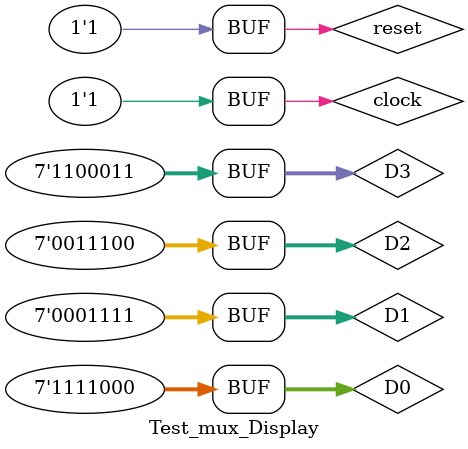
<source format=v>
`timescale 1ns / 1ps


module Test_mux_Display;

	// Inputs
	reg [6:0] D0;
	reg [6:0] D1;
	reg [6:0] D2;
	reg [6:0] D3;
	reg clock;
	reg reset;

	// Outputs
	wire [3:0] ED_out;
	wire [6:0] D_out;

	// Instantiate the Unit Under Test (UUT)
	mux_Display uut (
		.D0(D0), 
		.D1(D1), 
		.D2(D2), 
		.D3(D3), 
		.ED_out(ED_out), 
		.D_out(D_out), 
		.clock(clock), 
		.reset(reset)
	);

	initial begin
		// Initialize Inputs
		D0 = 7'b1111000;
		D1 = 7'b0001111;
		D2 = 7'b0011100;
		D3 = 7'b1100011;
		reset = 1;

	end
      
		   parameter PERIOD = 100;

   always begin
      clock = 1'b0;
      #(PERIOD/2) clock = 1'b1;
      #(PERIOD/2);
   end 
	
endmodule


</source>
